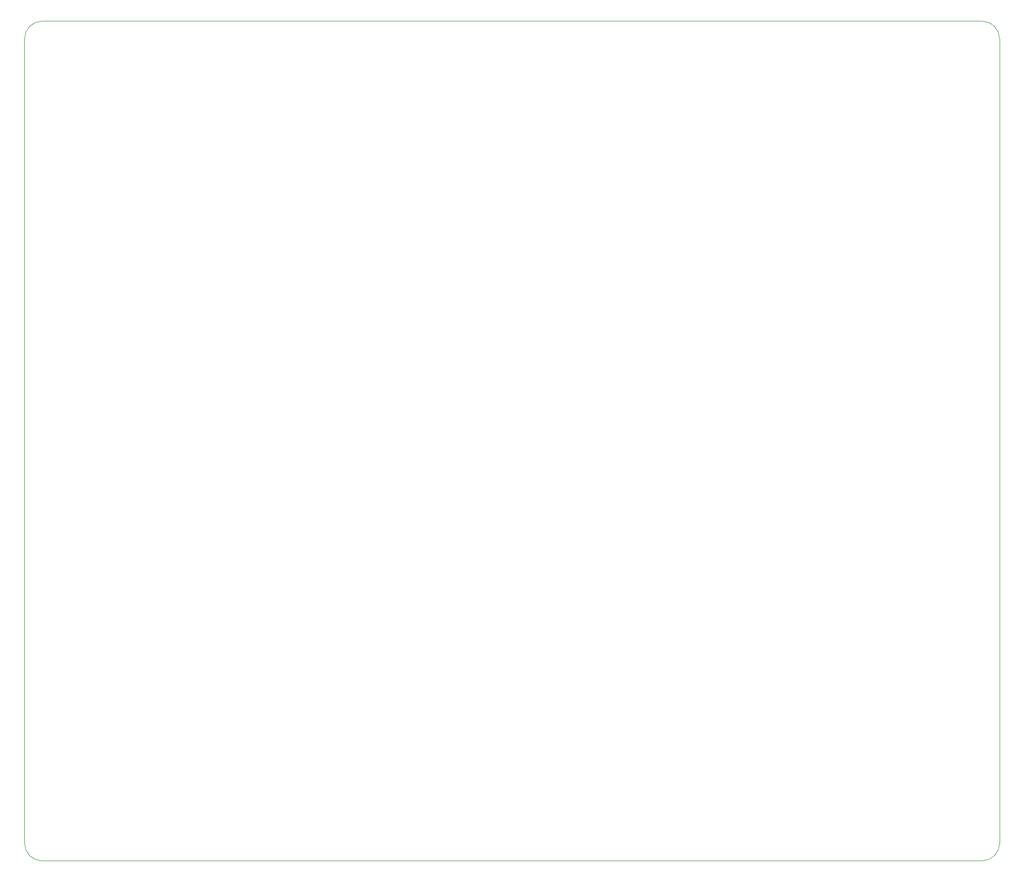
<source format=gbr>
%TF.GenerationSoftware,KiCad,Pcbnew,9.0.0*%
%TF.CreationDate,2025-05-26T21:52:58-04:00*%
%TF.ProjectId,Custom Inverter PCB,43757374-6f6d-4204-996e-766572746572,2*%
%TF.SameCoordinates,Original*%
%TF.FileFunction,Profile,NP*%
%FSLAX46Y46*%
G04 Gerber Fmt 4.6, Leading zero omitted, Abs format (unit mm)*
G04 Created by KiCad (PCBNEW 9.0.0) date 2025-05-26 21:52:58*
%MOMM*%
%LPD*%
G01*
G04 APERTURE LIST*
%TA.AperFunction,Profile*%
%ADD10C,0.050000*%
%TD*%
G04 APERTURE END LIST*
D10*
X32000000Y-20000000D02*
G75*
G02*
X35000000Y-17000000I3000000J0D01*
G01*
X195000000Y-17000000D02*
G75*
G02*
X198000000Y-20000000I0J-3000000D01*
G01*
X35000000Y-160000000D02*
X195000000Y-160000000D01*
X32000000Y-20000000D02*
X32000000Y-157000000D01*
X198000000Y-157000000D02*
G75*
G02*
X195000000Y-160000000I-3000000J0D01*
G01*
X195000000Y-17000000D02*
X35000000Y-17000000D01*
X198000000Y-157000000D02*
X198000000Y-20000000D01*
X35000000Y-160000000D02*
G75*
G02*
X32000000Y-157000000I0J3000000D01*
G01*
M02*

</source>
